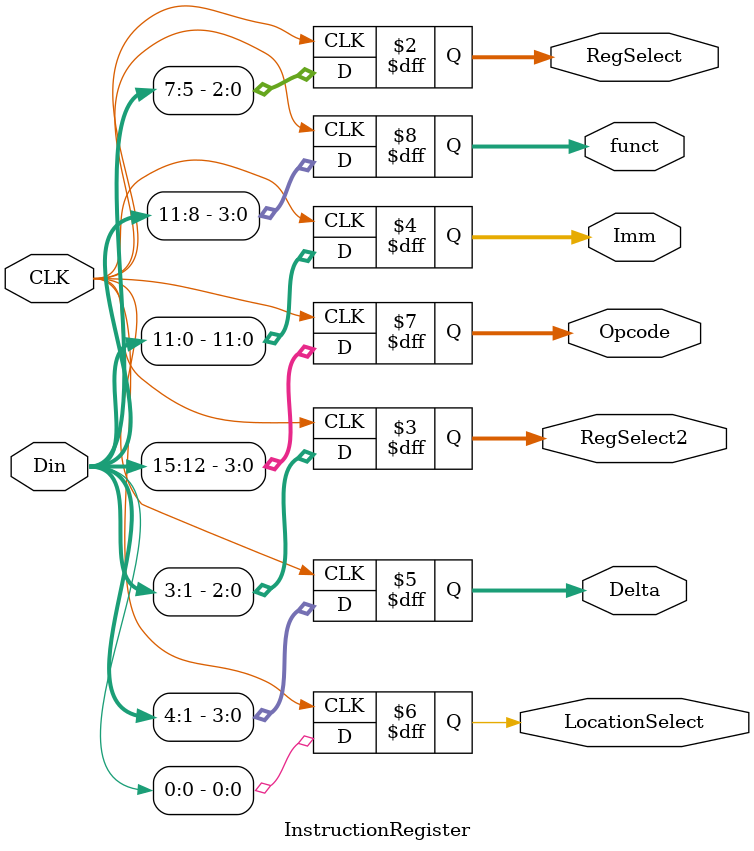
<source format=v>
`timescale 1ns / 1ps
module InstructionRegister(
    input [15:0] Din,
    input CLK,
    output reg [2:0] RegSelect,
    output reg[2:0] RegSelect2,
    output reg [11:0] Imm,
    output reg[3:0] Delta,
    output reg LocationSelect,
	 output reg [3:0] Opcode,
	 output reg [3:0] funct
    );
always @ (negedge (CLK))begin
	RegSelect <= Din[7:5];
	RegSelect2<= Din[3:1];
	Imm <= Din[11:0];
	Delta <= Din[4:1];
	LocationSelect <= Din[0];
	Opcode <= Din[15:12];
	funct <= Din[11:8];
end

endmodule

</source>
